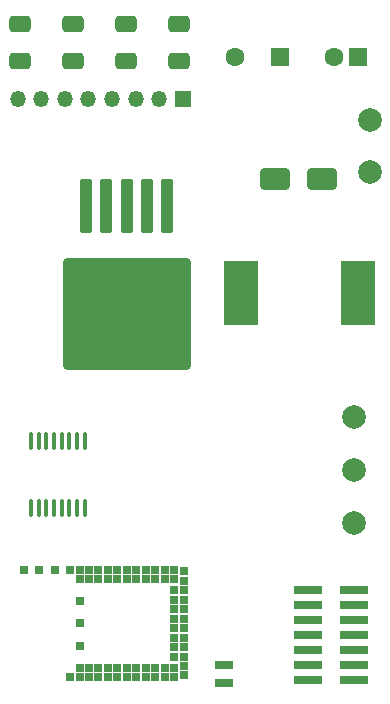
<source format=gbr>
%TF.GenerationSoftware,KiCad,Pcbnew,8.0.7*%
%TF.CreationDate,2025-01-18T17:17:35+01:00*%
%TF.ProjectId,tuff_tuff_pcb,74756666-5f74-4756-9666-5f7063622e6b,rev?*%
%TF.SameCoordinates,Original*%
%TF.FileFunction,Soldermask,Top*%
%TF.FilePolarity,Negative*%
%FSLAX46Y46*%
G04 Gerber Fmt 4.6, Leading zero omitted, Abs format (unit mm)*
G04 Created by KiCad (PCBNEW 8.0.7) date 2025-01-18 17:17:35*
%MOMM*%
%LPD*%
G01*
G04 APERTURE LIST*
G04 Aperture macros list*
%AMRoundRect*
0 Rectangle with rounded corners*
0 $1 Rounding radius*
0 $2 $3 $4 $5 $6 $7 $8 $9 X,Y pos of 4 corners*
0 Add a 4 corners polygon primitive as box body*
4,1,4,$2,$3,$4,$5,$6,$7,$8,$9,$2,$3,0*
0 Add four circle primitives for the rounded corners*
1,1,$1+$1,$2,$3*
1,1,$1+$1,$4,$5*
1,1,$1+$1,$6,$7*
1,1,$1+$1,$8,$9*
0 Add four rect primitives between the rounded corners*
20,1,$1+$1,$2,$3,$4,$5,0*
20,1,$1+$1,$4,$5,$6,$7,0*
20,1,$1+$1,$6,$7,$8,$9,0*
20,1,$1+$1,$8,$9,$2,$3,0*%
G04 Aperture macros list end*
%ADD10R,1.600000X1.600000*%
%ADD11C,1.600000*%
%ADD12C,2.000000*%
%ADD13RoundRect,0.250000X0.650000X-0.412500X0.650000X0.412500X-0.650000X0.412500X-0.650000X-0.412500X0*%
%ADD14R,1.500000X0.800000*%
%ADD15R,2.400000X0.740000*%
%ADD16RoundRect,0.100000X-0.100000X0.637500X-0.100000X-0.637500X0.100000X-0.637500X0.100000X0.637500X0*%
%ADD17RoundRect,0.102000X0.250000X-0.250000X0.250000X0.250000X-0.250000X0.250000X-0.250000X-0.250000X0*%
%ADD18RoundRect,0.250000X-1.000000X-0.650000X1.000000X-0.650000X1.000000X0.650000X-1.000000X0.650000X0*%
%ADD19RoundRect,0.250000X-0.300000X2.050000X-0.300000X-2.050000X0.300000X-2.050000X0.300000X2.050000X0*%
%ADD20RoundRect,0.250002X-5.149998X4.449998X-5.149998X-4.449998X5.149998X-4.449998X5.149998X4.449998X0*%
%ADD21R,1.350000X1.350000*%
%ADD22O,1.350000X1.350000*%
%ADD23R,2.900000X5.400000*%
G04 APERTURE END LIST*
D10*
%TO.C,C1*%
X-5400000Y55000000D03*
D11*
X-7400000Y55000000D03*
%TD*%
D12*
%TO.C,TP1*%
X-5700000Y24500000D03*
%TD*%
D13*
%TO.C,R3*%
X-20500000Y54600000D03*
X-20500000Y57725000D03*
%TD*%
D14*
%TO.C,Y1*%
X-16700000Y3500000D03*
X-16700000Y2000000D03*
%TD*%
D12*
%TO.C,TP3*%
X-4400000Y49600000D03*
%TD*%
%TO.C,TP5*%
X-4400000Y45200000D03*
%TD*%
D10*
%TO.C,C2*%
X-12000000Y55000000D03*
D11*
X-15800000Y55000000D03*
%TD*%
D12*
%TO.C,TP4*%
X-5700000Y15500000D03*
%TD*%
D15*
%TO.C,J2*%
X-9650000Y9810000D03*
X-5750000Y9810000D03*
X-9650000Y8540000D03*
X-5750000Y8540000D03*
X-9650000Y7270000D03*
X-5750000Y7270000D03*
X-9650000Y6000000D03*
X-5750000Y6000000D03*
X-9650000Y4730000D03*
X-5750000Y4730000D03*
X-9650000Y3460000D03*
X-5750000Y3460000D03*
X-9650000Y2190000D03*
X-5750000Y2190000D03*
%TD*%
D13*
%TO.C,R4*%
X-34000000Y54600000D03*
X-34000000Y57725000D03*
%TD*%
D12*
%TO.C,TP2*%
X-5700000Y20000000D03*
%TD*%
D13*
%TO.C,R2*%
X-25000000Y54600000D03*
X-25000000Y57725000D03*
%TD*%
D16*
%TO.C,IC1*%
X-28525000Y22462500D03*
X-29175000Y22462500D03*
X-29825000Y22462500D03*
X-30475000Y22462500D03*
X-31125000Y22462500D03*
X-31775000Y22462500D03*
X-32425000Y22462500D03*
X-33075000Y22462500D03*
X-33075000Y16737500D03*
X-32425000Y16737500D03*
X-31775000Y16737500D03*
X-31125000Y16737500D03*
X-30475000Y16737500D03*
X-29825000Y16737500D03*
X-29175000Y16737500D03*
X-28525000Y16737500D03*
%TD*%
D17*
%TO.C,U1*%
X-29750000Y11550000D03*
X-28950000Y11550000D03*
X-28950000Y10750000D03*
X-28150000Y11550000D03*
X-28150000Y10750000D03*
X-27350000Y11550000D03*
X-27350000Y10750000D03*
X-26550000Y11550000D03*
X-26550000Y10750000D03*
X-25750000Y11550000D03*
X-25750000Y10750000D03*
X-24950000Y11550000D03*
X-24950000Y10750000D03*
X-24150000Y11550000D03*
X-24150000Y10750000D03*
X-23350000Y11550000D03*
X-23350000Y10750000D03*
X-22550000Y11550000D03*
X-22550000Y10750000D03*
X-21750000Y11550000D03*
X-21750000Y10750000D03*
X-20950000Y11550000D03*
X-20950000Y10750000D03*
X-20150000Y11400000D03*
X-20150000Y10600000D03*
X-20150000Y9800000D03*
X-20950000Y9800000D03*
X-20150000Y9000000D03*
X-20950000Y9000000D03*
X-20150000Y8200000D03*
X-20950000Y8200000D03*
X-20150000Y7400000D03*
X-20950000Y7400000D03*
X-20150000Y6600000D03*
X-20950000Y6600000D03*
X-20150000Y5800000D03*
X-20950000Y5800000D03*
X-20150000Y5000000D03*
X-20950000Y5000000D03*
X-20150000Y4200000D03*
X-20950000Y4200000D03*
X-20150000Y3400000D03*
X-20150000Y2600000D03*
X-20950000Y2450000D03*
X-20950000Y3250000D03*
X-21750000Y2450000D03*
X-21750000Y3250000D03*
X-22550000Y2450000D03*
X-22550000Y3250000D03*
X-23350000Y2450000D03*
X-23350000Y3250000D03*
X-24150000Y2450000D03*
X-24150000Y3250000D03*
X-24950000Y2450000D03*
X-24950000Y3250000D03*
X-25750000Y2450000D03*
X-25750000Y3250000D03*
X-26550000Y2450000D03*
X-26550000Y3250000D03*
X-27350000Y2450000D03*
X-27350000Y3250000D03*
X-28150000Y2450000D03*
X-28150000Y3250000D03*
X-28950000Y2450000D03*
X-28950000Y3250000D03*
X-29750000Y2450000D03*
X-31050000Y11550000D03*
X-32350000Y11550000D03*
X-33650000Y11550000D03*
X-28950000Y8875000D03*
X-28950000Y7000000D03*
X-28950000Y5125000D03*
%TD*%
D18*
%TO.C,D1*%
X-12400000Y44600000D03*
X-8400000Y44600000D03*
%TD*%
D19*
%TO.C,U2*%
X-21575000Y42375000D03*
X-23275000Y42375000D03*
X-24975000Y42375000D03*
D20*
X-24975000Y33225000D03*
D19*
X-26675000Y42375000D03*
X-28375000Y42375000D03*
%TD*%
D21*
%TO.C,J1*%
X-20200000Y51400000D03*
D22*
X-22200000Y51400000D03*
X-24200000Y51400000D03*
X-26200000Y51400000D03*
X-28200000Y51400000D03*
X-30200000Y51400000D03*
X-32200000Y51400000D03*
X-34200000Y51400000D03*
%TD*%
D23*
%TO.C,L1*%
X-5400000Y35000000D03*
X-15300000Y35000000D03*
%TD*%
D13*
%TO.C,R1*%
X-29500000Y54600000D03*
X-29500000Y57725000D03*
%TD*%
M02*

</source>
